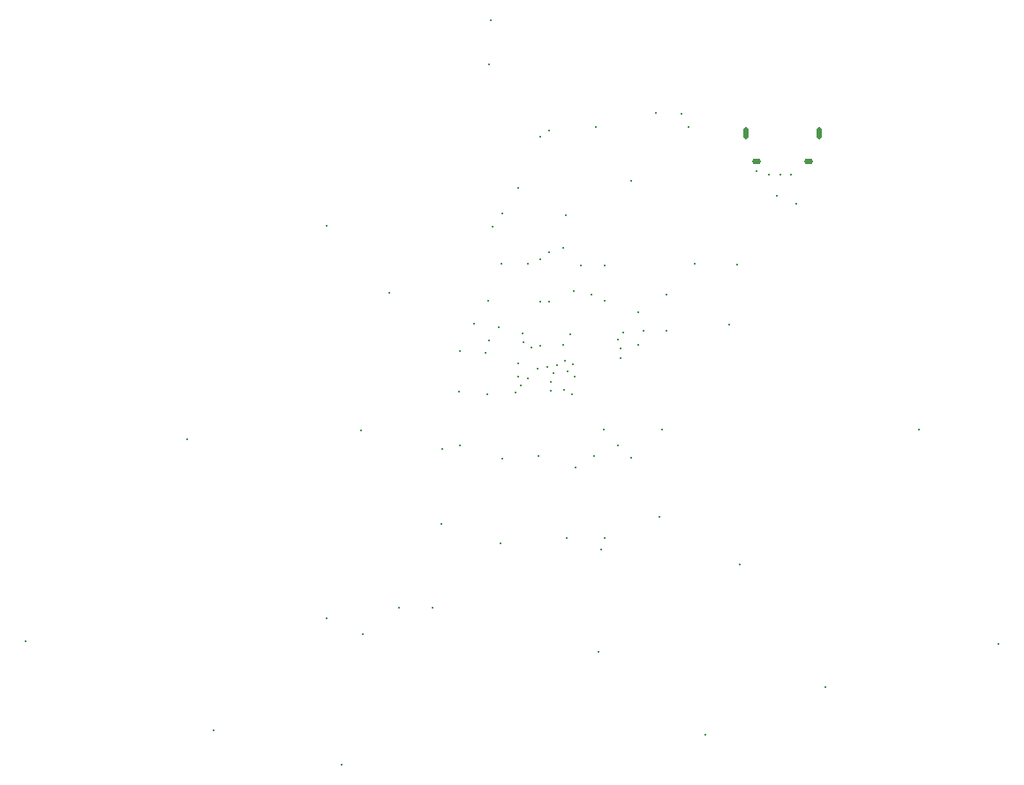
<source format=gbr>
%TF.GenerationSoftware,Novarm,DipTrace,3.0.0.2*%
%TF.CreationDate,2017-10-23T18:11:13+01:00*%
%FSLAX35Y35*%
%MOMM*%
%TF.FileFunction,Plated,1,2,PTH,Drill*%
%TF.Part,Single*%
%AMOVALDIP*
21,1,$1,$2,0.0,0.0,$7*
1,1,$8,$3,$4*
1,1,$8,$5,$6*%
%TA.AperFunction,ViaDrill*%
%ADD16C,0.3*%
%TA.AperFunction,ComponentDrill*%
%ADD128OVALDIP,0.3 X0.55 X0.15 X0.0 X-0.15 X0.0 X0.0 X0.55*%
%ADD129OVALDIP,0.5 X0.65 X0.0 X0.325 X0.0 X-0.325 X0.0 X0.5*%
G75*
G01*
D128*
X8830300Y7869806D3*
X8330300D3*
D129*
X8230300Y8139806D3*
X8930300D3*
D16*
X5766697Y6151836D3*
X6048947Y5935212D3*
X5748297Y5634419D3*
X6022793Y5654142D3*
X6072470Y5723629D3*
X6139003Y5786456D3*
X6237397Y5884879D3*
X6328763Y5899086D3*
X6358130Y5671409D3*
X6358890Y5757272D3*
X6485490Y5674842D3*
X6564480Y5639509D3*
X6389573Y5837266D3*
X6420217Y5917502D3*
X6589257Y5804466D3*
X6518113Y5853846D3*
X6574687Y5927342D3*
X6494707Y5959329D3*
X7032283Y5980812D3*
X7028897Y6075576D3*
X6544300Y6208309D3*
X6481807Y6111606D3*
X6258340Y6104606D3*
X6173000Y6088609D3*
X6085713Y6224309D3*
X5732313Y6033366D3*
X6048087Y5805182D3*
X5891097Y7375012D3*
X5784187Y9224649D3*
X8990373Y2823679D3*
X6778500Y5045386D3*
X6241403Y5046472D3*
X10652000Y3236429D3*
X6873750Y4252429D3*
X6516090D3*
X3127250Y2410772D3*
X1326000Y3268179D3*
X4212240Y3484939D3*
X8175500Y3998429D3*
X7132050Y5026799D3*
X7053403Y6231776D3*
X9890000Y5300179D3*
X7004500Y5147716D3*
X5486387Y5141429D3*
X2873250Y5204929D3*
X8450300Y7744929D3*
X8334250Y7776679D3*
X8524697Y7542009D3*
X5626223Y6314946D3*
X7469247Y6248382D3*
X7196040Y6110482D3*
X6583773Y6629072D3*
X7196040Y6427219D3*
X5889500Y6889182D3*
X6143930D3*
X7364330Y8339686D3*
X5484417Y6053022D3*
X5858600Y6275976D3*
X6651500Y6874996D3*
X6875830D3*
Y6530806D3*
X5762500Y6531782D3*
X6871443Y5293549D3*
X7424147D3*
X7740943Y6891979D3*
X6047047Y7614949D3*
X7132913Y7687902D3*
X5895123Y5015132D3*
X5320543Y5107396D3*
X5797517Y7245602D3*
X6500267Y7353896D3*
X6791263Y8199479D3*
X7616487Y8328389D3*
X7005540Y6158819D3*
X7247713Y6243329D3*
X7681057Y8205512D3*
X5314540Y4394246D3*
X5479387Y5661886D3*
X6593820Y4934066D3*
X6101467Y6138729D3*
X8074637Y6308689D3*
X6818170Y3162636D3*
X7403140Y4455632D3*
X5879587Y4202976D3*
X4536790Y5292386D3*
X6747593Y6594846D3*
X7467957D3*
X4356347Y2079742D3*
X4556000Y3331679D3*
X4905250Y3585679D3*
X5222750D3*
X6254917Y6527059D3*
Y6929102D3*
X6257787Y8105682D3*
X6842000Y4149772D3*
X6342687Y6528189D3*
Y7001892D3*
Y8171676D3*
X7840517Y2371846D3*
X8561087Y7745952D3*
X8664240Y7745956D3*
X4814887Y6609186D3*
X8145497Y6884632D3*
X4212443Y7251539D3*
X5764520Y8803616D3*
X6478943Y7044009D3*
X8710300Y7461976D3*
M02*

</source>
